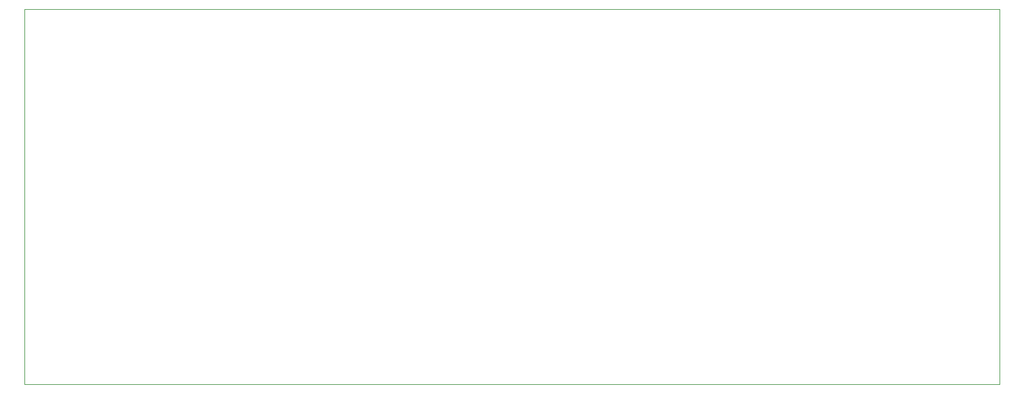
<source format=gm1>
G04 #@! TF.GenerationSoftware,KiCad,Pcbnew,5.1.9-1.fc33*
G04 #@! TF.CreationDate,2021-03-13T13:31:44-05:00*
G04 #@! TF.ProjectId,terminal,7465726d-696e-4616-9c2e-6b696361645f,rev?*
G04 #@! TF.SameCoordinates,Original*
G04 #@! TF.FileFunction,Profile,NP*
%FSLAX46Y46*%
G04 Gerber Fmt 4.6, Leading zero omitted, Abs format (unit mm)*
G04 Created by KiCad (PCBNEW 5.1.9-1.fc33) date 2021-03-13 13:31:44*
%MOMM*%
%LPD*%
G01*
G04 APERTURE LIST*
G04 #@! TA.AperFunction,Profile*
%ADD10C,0.050000*%
G04 #@! TD*
G04 APERTURE END LIST*
D10*
X30000000Y-98000000D02*
X30000000Y-150000000D01*
X165000000Y-98000000D02*
X30000000Y-98000000D01*
X165000000Y-150000000D02*
X165000000Y-98000000D01*
X30000000Y-150000000D02*
X165000000Y-150000000D01*
M02*

</source>
